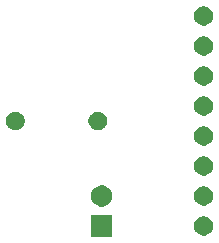
<source format=gbr>
G04 #@! TF.GenerationSoftware,KiCad,Pcbnew,(5.1.5)-3*
G04 #@! TF.CreationDate,2020-12-21T12:35:23+01:00*
G04 #@! TF.ProjectId,epimetheus_mpu6050,6570696d-6574-4686-9575-735f6d707536,rev?*
G04 #@! TF.SameCoordinates,Original*
G04 #@! TF.FileFunction,Soldermask,Bot*
G04 #@! TF.FilePolarity,Negative*
%FSLAX46Y46*%
G04 Gerber Fmt 4.6, Leading zero omitted, Abs format (unit mm)*
G04 Created by KiCad (PCBNEW (5.1.5)-3) date 2020-12-21 12:35:23*
%MOMM*%
%LPD*%
G04 APERTURE LIST*
%ADD10C,0.100000*%
G04 APERTURE END LIST*
D10*
G36*
X171589000Y-40779000D02*
G01*
X169787000Y-40779000D01*
X169787000Y-38977000D01*
X171589000Y-38977000D01*
X171589000Y-40779000D01*
G37*
G36*
X179561142Y-39096242D02*
G01*
X179709101Y-39157529D01*
X179842255Y-39246499D01*
X179955501Y-39359745D01*
X180044471Y-39492899D01*
X180105758Y-39640858D01*
X180137000Y-39797925D01*
X180137000Y-39958075D01*
X180105758Y-40115142D01*
X180044471Y-40263101D01*
X179955501Y-40396255D01*
X179842255Y-40509501D01*
X179709101Y-40598471D01*
X179561142Y-40659758D01*
X179404075Y-40691000D01*
X179243925Y-40691000D01*
X179086858Y-40659758D01*
X178938899Y-40598471D01*
X178805745Y-40509501D01*
X178692499Y-40396255D01*
X178603529Y-40263101D01*
X178542242Y-40115142D01*
X178511000Y-39958075D01*
X178511000Y-39797925D01*
X178542242Y-39640858D01*
X178603529Y-39492899D01*
X178692499Y-39359745D01*
X178805745Y-39246499D01*
X178938899Y-39157529D01*
X179086858Y-39096242D01*
X179243925Y-39065000D01*
X179404075Y-39065000D01*
X179561142Y-39096242D01*
G37*
G36*
X170801512Y-36441927D02*
G01*
X170950812Y-36471624D01*
X171114784Y-36539544D01*
X171262354Y-36638147D01*
X171387853Y-36763646D01*
X171486456Y-36911216D01*
X171554376Y-37075188D01*
X171589000Y-37249259D01*
X171589000Y-37426741D01*
X171554376Y-37600812D01*
X171486456Y-37764784D01*
X171387853Y-37912354D01*
X171262354Y-38037853D01*
X171114784Y-38136456D01*
X170950812Y-38204376D01*
X170801512Y-38234073D01*
X170776742Y-38239000D01*
X170599258Y-38239000D01*
X170574488Y-38234073D01*
X170425188Y-38204376D01*
X170261216Y-38136456D01*
X170113646Y-38037853D01*
X169988147Y-37912354D01*
X169889544Y-37764784D01*
X169821624Y-37600812D01*
X169787000Y-37426741D01*
X169787000Y-37249259D01*
X169821624Y-37075188D01*
X169889544Y-36911216D01*
X169988147Y-36763646D01*
X170113646Y-36638147D01*
X170261216Y-36539544D01*
X170425188Y-36471624D01*
X170574488Y-36441927D01*
X170599258Y-36437000D01*
X170776742Y-36437000D01*
X170801512Y-36441927D01*
G37*
G36*
X179561142Y-36556242D02*
G01*
X179709101Y-36617529D01*
X179842255Y-36706499D01*
X179955501Y-36819745D01*
X180044471Y-36952899D01*
X180105758Y-37100858D01*
X180137000Y-37257925D01*
X180137000Y-37418075D01*
X180105758Y-37575142D01*
X180044471Y-37723101D01*
X179955501Y-37856255D01*
X179842255Y-37969501D01*
X179709101Y-38058471D01*
X179561142Y-38119758D01*
X179404075Y-38151000D01*
X179243925Y-38151000D01*
X179086858Y-38119758D01*
X178938899Y-38058471D01*
X178805745Y-37969501D01*
X178692499Y-37856255D01*
X178603529Y-37723101D01*
X178542242Y-37575142D01*
X178511000Y-37418075D01*
X178511000Y-37257925D01*
X178542242Y-37100858D01*
X178603529Y-36952899D01*
X178692499Y-36819745D01*
X178805745Y-36706499D01*
X178938899Y-36617529D01*
X179086858Y-36556242D01*
X179243925Y-36525000D01*
X179404075Y-36525000D01*
X179561142Y-36556242D01*
G37*
G36*
X179561142Y-34016242D02*
G01*
X179709101Y-34077529D01*
X179842255Y-34166499D01*
X179955501Y-34279745D01*
X180044471Y-34412899D01*
X180105758Y-34560858D01*
X180137000Y-34717925D01*
X180137000Y-34878075D01*
X180105758Y-35035142D01*
X180044471Y-35183101D01*
X179955501Y-35316255D01*
X179842255Y-35429501D01*
X179709101Y-35518471D01*
X179561142Y-35579758D01*
X179404075Y-35611000D01*
X179243925Y-35611000D01*
X179086858Y-35579758D01*
X178938899Y-35518471D01*
X178805745Y-35429501D01*
X178692499Y-35316255D01*
X178603529Y-35183101D01*
X178542242Y-35035142D01*
X178511000Y-34878075D01*
X178511000Y-34717925D01*
X178542242Y-34560858D01*
X178603529Y-34412899D01*
X178692499Y-34279745D01*
X178805745Y-34166499D01*
X178938899Y-34077529D01*
X179086858Y-34016242D01*
X179243925Y-33985000D01*
X179404075Y-33985000D01*
X179561142Y-34016242D01*
G37*
G36*
X179561142Y-31476242D02*
G01*
X179709101Y-31537529D01*
X179842255Y-31626499D01*
X179955501Y-31739745D01*
X180044471Y-31872899D01*
X180105758Y-32020858D01*
X180137000Y-32177925D01*
X180137000Y-32338075D01*
X180105758Y-32495142D01*
X180044471Y-32643101D01*
X179955501Y-32776255D01*
X179842255Y-32889501D01*
X179709101Y-32978471D01*
X179561142Y-33039758D01*
X179404075Y-33071000D01*
X179243925Y-33071000D01*
X179086858Y-33039758D01*
X178938899Y-32978471D01*
X178805745Y-32889501D01*
X178692499Y-32776255D01*
X178603529Y-32643101D01*
X178542242Y-32495142D01*
X178511000Y-32338075D01*
X178511000Y-32177925D01*
X178542242Y-32020858D01*
X178603529Y-31872899D01*
X178692499Y-31739745D01*
X178805745Y-31626499D01*
X178938899Y-31537529D01*
X179086858Y-31476242D01*
X179243925Y-31445000D01*
X179404075Y-31445000D01*
X179561142Y-31476242D01*
G37*
G36*
X163606642Y-30217781D02*
G01*
X163752414Y-30278162D01*
X163752416Y-30278163D01*
X163883608Y-30365822D01*
X163995178Y-30477392D01*
X164010122Y-30499758D01*
X164082838Y-30608586D01*
X164143219Y-30754358D01*
X164174000Y-30909107D01*
X164174000Y-31066893D01*
X164143219Y-31221642D01*
X164082838Y-31367414D01*
X164082837Y-31367416D01*
X163995178Y-31498608D01*
X163883608Y-31610178D01*
X163752416Y-31697837D01*
X163752415Y-31697838D01*
X163752414Y-31697838D01*
X163606642Y-31758219D01*
X163451893Y-31789000D01*
X163294107Y-31789000D01*
X163139358Y-31758219D01*
X162993586Y-31697838D01*
X162993585Y-31697838D01*
X162993584Y-31697837D01*
X162862392Y-31610178D01*
X162750822Y-31498608D01*
X162663163Y-31367416D01*
X162663162Y-31367414D01*
X162602781Y-31221642D01*
X162572000Y-31066893D01*
X162572000Y-30909107D01*
X162602781Y-30754358D01*
X162663162Y-30608586D01*
X162735878Y-30499758D01*
X162750822Y-30477392D01*
X162862392Y-30365822D01*
X162993584Y-30278163D01*
X162993586Y-30278162D01*
X163139358Y-30217781D01*
X163294107Y-30187000D01*
X163451893Y-30187000D01*
X163606642Y-30217781D01*
G37*
G36*
X170606642Y-30217781D02*
G01*
X170752414Y-30278162D01*
X170752416Y-30278163D01*
X170883608Y-30365822D01*
X170995178Y-30477392D01*
X171010122Y-30499758D01*
X171082838Y-30608586D01*
X171143219Y-30754358D01*
X171174000Y-30909107D01*
X171174000Y-31066893D01*
X171143219Y-31221642D01*
X171082838Y-31367414D01*
X171082837Y-31367416D01*
X170995178Y-31498608D01*
X170883608Y-31610178D01*
X170752416Y-31697837D01*
X170752415Y-31697838D01*
X170752414Y-31697838D01*
X170606642Y-31758219D01*
X170451893Y-31789000D01*
X170294107Y-31789000D01*
X170139358Y-31758219D01*
X169993586Y-31697838D01*
X169993585Y-31697838D01*
X169993584Y-31697837D01*
X169862392Y-31610178D01*
X169750822Y-31498608D01*
X169663163Y-31367416D01*
X169663162Y-31367414D01*
X169602781Y-31221642D01*
X169572000Y-31066893D01*
X169572000Y-30909107D01*
X169602781Y-30754358D01*
X169663162Y-30608586D01*
X169735878Y-30499758D01*
X169750822Y-30477392D01*
X169862392Y-30365822D01*
X169993584Y-30278163D01*
X169993586Y-30278162D01*
X170139358Y-30217781D01*
X170294107Y-30187000D01*
X170451893Y-30187000D01*
X170606642Y-30217781D01*
G37*
G36*
X179561142Y-28936242D02*
G01*
X179709101Y-28997529D01*
X179842255Y-29086499D01*
X179955501Y-29199745D01*
X180044471Y-29332899D01*
X180105758Y-29480858D01*
X180137000Y-29637925D01*
X180137000Y-29798075D01*
X180105758Y-29955142D01*
X180044471Y-30103101D01*
X179955501Y-30236255D01*
X179842255Y-30349501D01*
X179709101Y-30438471D01*
X179561142Y-30499758D01*
X179404075Y-30531000D01*
X179243925Y-30531000D01*
X179086858Y-30499758D01*
X178938899Y-30438471D01*
X178805745Y-30349501D01*
X178692499Y-30236255D01*
X178603529Y-30103101D01*
X178542242Y-29955142D01*
X178511000Y-29798075D01*
X178511000Y-29637925D01*
X178542242Y-29480858D01*
X178603529Y-29332899D01*
X178692499Y-29199745D01*
X178805745Y-29086499D01*
X178938899Y-28997529D01*
X179086858Y-28936242D01*
X179243925Y-28905000D01*
X179404075Y-28905000D01*
X179561142Y-28936242D01*
G37*
G36*
X179561142Y-26396242D02*
G01*
X179709101Y-26457529D01*
X179842255Y-26546499D01*
X179955501Y-26659745D01*
X180044471Y-26792899D01*
X180105758Y-26940858D01*
X180137000Y-27097925D01*
X180137000Y-27258075D01*
X180105758Y-27415142D01*
X180044471Y-27563101D01*
X179955501Y-27696255D01*
X179842255Y-27809501D01*
X179709101Y-27898471D01*
X179561142Y-27959758D01*
X179404075Y-27991000D01*
X179243925Y-27991000D01*
X179086858Y-27959758D01*
X178938899Y-27898471D01*
X178805745Y-27809501D01*
X178692499Y-27696255D01*
X178603529Y-27563101D01*
X178542242Y-27415142D01*
X178511000Y-27258075D01*
X178511000Y-27097925D01*
X178542242Y-26940858D01*
X178603529Y-26792899D01*
X178692499Y-26659745D01*
X178805745Y-26546499D01*
X178938899Y-26457529D01*
X179086858Y-26396242D01*
X179243925Y-26365000D01*
X179404075Y-26365000D01*
X179561142Y-26396242D01*
G37*
G36*
X179561142Y-23856242D02*
G01*
X179709101Y-23917529D01*
X179842255Y-24006499D01*
X179955501Y-24119745D01*
X180044471Y-24252899D01*
X180105758Y-24400858D01*
X180137000Y-24557925D01*
X180137000Y-24718075D01*
X180105758Y-24875142D01*
X180044471Y-25023101D01*
X179955501Y-25156255D01*
X179842255Y-25269501D01*
X179709101Y-25358471D01*
X179561142Y-25419758D01*
X179404075Y-25451000D01*
X179243925Y-25451000D01*
X179086858Y-25419758D01*
X178938899Y-25358471D01*
X178805745Y-25269501D01*
X178692499Y-25156255D01*
X178603529Y-25023101D01*
X178542242Y-24875142D01*
X178511000Y-24718075D01*
X178511000Y-24557925D01*
X178542242Y-24400858D01*
X178603529Y-24252899D01*
X178692499Y-24119745D01*
X178805745Y-24006499D01*
X178938899Y-23917529D01*
X179086858Y-23856242D01*
X179243925Y-23825000D01*
X179404075Y-23825000D01*
X179561142Y-23856242D01*
G37*
G36*
X179561142Y-21316242D02*
G01*
X179709101Y-21377529D01*
X179842255Y-21466499D01*
X179955501Y-21579745D01*
X180044471Y-21712899D01*
X180105758Y-21860858D01*
X180137000Y-22017925D01*
X180137000Y-22178075D01*
X180105758Y-22335142D01*
X180044471Y-22483101D01*
X179955501Y-22616255D01*
X179842255Y-22729501D01*
X179709101Y-22818471D01*
X179561142Y-22879758D01*
X179404075Y-22911000D01*
X179243925Y-22911000D01*
X179086858Y-22879758D01*
X178938899Y-22818471D01*
X178805745Y-22729501D01*
X178692499Y-22616255D01*
X178603529Y-22483101D01*
X178542242Y-22335142D01*
X178511000Y-22178075D01*
X178511000Y-22017925D01*
X178542242Y-21860858D01*
X178603529Y-21712899D01*
X178692499Y-21579745D01*
X178805745Y-21466499D01*
X178938899Y-21377529D01*
X179086858Y-21316242D01*
X179243925Y-21285000D01*
X179404075Y-21285000D01*
X179561142Y-21316242D01*
G37*
M02*

</source>
